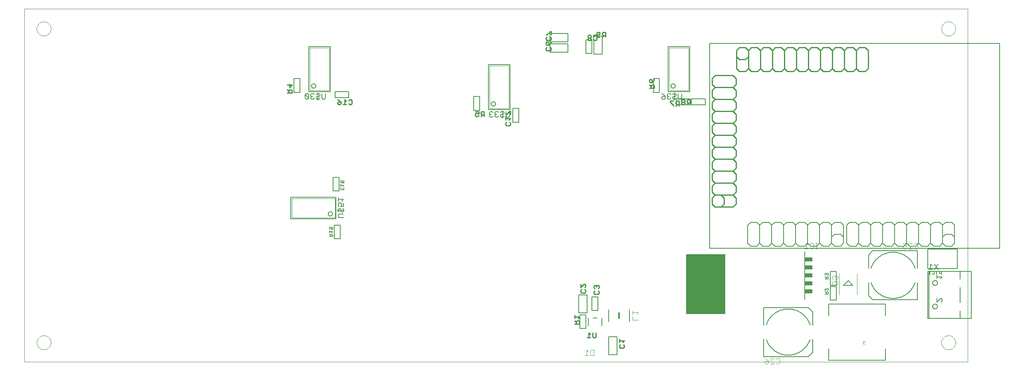
<source format=gbo>
G75*
G70*
%OFA0B0*%
%FSLAX24Y24*%
%IPPOS*%
%LPD*%
%AMOC8*
5,1,8,0,0,1.08239X$1,22.5*
%
%ADD10C,0.0000*%
%ADD11C,0.0100*%
%ADD12C,0.0050*%
%ADD13C,0.0080*%
%ADD14C,0.0090*%
%ADD15C,0.0040*%
%ADD16R,0.0158X0.0551*%
%ADD17C,0.0060*%
%ADD18C,0.0020*%
%ADD19R,0.2913X0.5039*%
%ADD20R,0.0394X0.0039*%
%ADD21R,0.0394X0.5000*%
%ADD22R,0.0660X0.0380*%
%ADD23C,0.0010*%
D10*
X000100Y000444D02*
X000100Y030003D01*
X078840Y030003D01*
X078840Y000444D01*
X000100Y000444D01*
X001134Y002069D02*
X001136Y002117D01*
X001142Y002165D01*
X001152Y002212D01*
X001165Y002258D01*
X001183Y002303D01*
X001203Y002347D01*
X001228Y002389D01*
X001256Y002428D01*
X001286Y002465D01*
X001320Y002499D01*
X001357Y002531D01*
X001395Y002560D01*
X001436Y002585D01*
X001479Y002607D01*
X001524Y002625D01*
X001570Y002639D01*
X001617Y002650D01*
X001665Y002657D01*
X001713Y002660D01*
X001761Y002659D01*
X001809Y002654D01*
X001857Y002645D01*
X001903Y002633D01*
X001948Y002616D01*
X001992Y002596D01*
X002034Y002573D01*
X002074Y002546D01*
X002112Y002516D01*
X002147Y002483D01*
X002179Y002447D01*
X002209Y002409D01*
X002235Y002368D01*
X002257Y002325D01*
X002277Y002281D01*
X002292Y002236D01*
X002304Y002189D01*
X002312Y002141D01*
X002316Y002093D01*
X002316Y002045D01*
X002312Y001997D01*
X002304Y001949D01*
X002292Y001902D01*
X002277Y001857D01*
X002257Y001813D01*
X002235Y001770D01*
X002209Y001729D01*
X002179Y001691D01*
X002147Y001655D01*
X002112Y001622D01*
X002074Y001592D01*
X002034Y001565D01*
X001992Y001542D01*
X001948Y001522D01*
X001903Y001505D01*
X001857Y001493D01*
X001809Y001484D01*
X001761Y001479D01*
X001713Y001478D01*
X001665Y001481D01*
X001617Y001488D01*
X001570Y001499D01*
X001524Y001513D01*
X001479Y001531D01*
X001436Y001553D01*
X001395Y001578D01*
X001357Y001607D01*
X001320Y001639D01*
X001286Y001673D01*
X001256Y001710D01*
X001228Y001749D01*
X001203Y001791D01*
X001183Y001835D01*
X001165Y001880D01*
X001152Y001926D01*
X001142Y001973D01*
X001136Y002021D01*
X001134Y002069D01*
X056351Y006944D02*
X056353Y006992D01*
X056359Y007040D01*
X056369Y007087D01*
X056382Y007133D01*
X056400Y007178D01*
X056420Y007222D01*
X056445Y007264D01*
X056473Y007303D01*
X056503Y007340D01*
X056537Y007374D01*
X056574Y007406D01*
X056612Y007435D01*
X056653Y007460D01*
X056696Y007482D01*
X056741Y007500D01*
X056787Y007514D01*
X056834Y007525D01*
X056882Y007532D01*
X056930Y007535D01*
X056978Y007534D01*
X057026Y007529D01*
X057074Y007520D01*
X057120Y007508D01*
X057165Y007491D01*
X057209Y007471D01*
X057251Y007448D01*
X057291Y007421D01*
X057329Y007391D01*
X057364Y007358D01*
X057396Y007322D01*
X057426Y007284D01*
X057452Y007243D01*
X057474Y007200D01*
X057494Y007156D01*
X057509Y007111D01*
X057521Y007064D01*
X057529Y007016D01*
X057533Y006968D01*
X057533Y006920D01*
X057529Y006872D01*
X057521Y006824D01*
X057509Y006777D01*
X057494Y006732D01*
X057474Y006688D01*
X057452Y006645D01*
X057426Y006604D01*
X057396Y006566D01*
X057364Y006530D01*
X057329Y006497D01*
X057291Y006467D01*
X057251Y006440D01*
X057209Y006417D01*
X057165Y006397D01*
X057120Y006380D01*
X057074Y006368D01*
X057026Y006359D01*
X056978Y006354D01*
X056930Y006353D01*
X056882Y006356D01*
X056834Y006363D01*
X056787Y006374D01*
X056741Y006388D01*
X056696Y006406D01*
X056653Y006428D01*
X056612Y006453D01*
X056574Y006482D01*
X056537Y006514D01*
X056503Y006548D01*
X056473Y006585D01*
X056445Y006624D01*
X056420Y006666D01*
X056400Y006710D01*
X056382Y006755D01*
X056369Y006801D01*
X056359Y006848D01*
X056353Y006896D01*
X056351Y006944D01*
X076634Y002069D02*
X076636Y002117D01*
X076642Y002165D01*
X076652Y002212D01*
X076665Y002258D01*
X076683Y002303D01*
X076703Y002347D01*
X076728Y002389D01*
X076756Y002428D01*
X076786Y002465D01*
X076820Y002499D01*
X076857Y002531D01*
X076895Y002560D01*
X076936Y002585D01*
X076979Y002607D01*
X077024Y002625D01*
X077070Y002639D01*
X077117Y002650D01*
X077165Y002657D01*
X077213Y002660D01*
X077261Y002659D01*
X077309Y002654D01*
X077357Y002645D01*
X077403Y002633D01*
X077448Y002616D01*
X077492Y002596D01*
X077534Y002573D01*
X077574Y002546D01*
X077612Y002516D01*
X077647Y002483D01*
X077679Y002447D01*
X077709Y002409D01*
X077735Y002368D01*
X077757Y002325D01*
X077777Y002281D01*
X077792Y002236D01*
X077804Y002189D01*
X077812Y002141D01*
X077816Y002093D01*
X077816Y002045D01*
X077812Y001997D01*
X077804Y001949D01*
X077792Y001902D01*
X077777Y001857D01*
X077757Y001813D01*
X077735Y001770D01*
X077709Y001729D01*
X077679Y001691D01*
X077647Y001655D01*
X077612Y001622D01*
X077574Y001592D01*
X077534Y001565D01*
X077492Y001542D01*
X077448Y001522D01*
X077403Y001505D01*
X077357Y001493D01*
X077309Y001484D01*
X077261Y001479D01*
X077213Y001478D01*
X077165Y001481D01*
X077117Y001488D01*
X077070Y001499D01*
X077024Y001513D01*
X076979Y001531D01*
X076936Y001553D01*
X076895Y001578D01*
X076857Y001607D01*
X076820Y001639D01*
X076786Y001673D01*
X076756Y001710D01*
X076728Y001749D01*
X076703Y001791D01*
X076683Y001835D01*
X076665Y001880D01*
X076652Y001926D01*
X076642Y001973D01*
X076636Y002021D01*
X076634Y002069D01*
X076634Y028319D02*
X076636Y028367D01*
X076642Y028415D01*
X076652Y028462D01*
X076665Y028508D01*
X076683Y028553D01*
X076703Y028597D01*
X076728Y028639D01*
X076756Y028678D01*
X076786Y028715D01*
X076820Y028749D01*
X076857Y028781D01*
X076895Y028810D01*
X076936Y028835D01*
X076979Y028857D01*
X077024Y028875D01*
X077070Y028889D01*
X077117Y028900D01*
X077165Y028907D01*
X077213Y028910D01*
X077261Y028909D01*
X077309Y028904D01*
X077357Y028895D01*
X077403Y028883D01*
X077448Y028866D01*
X077492Y028846D01*
X077534Y028823D01*
X077574Y028796D01*
X077612Y028766D01*
X077647Y028733D01*
X077679Y028697D01*
X077709Y028659D01*
X077735Y028618D01*
X077757Y028575D01*
X077777Y028531D01*
X077792Y028486D01*
X077804Y028439D01*
X077812Y028391D01*
X077816Y028343D01*
X077816Y028295D01*
X077812Y028247D01*
X077804Y028199D01*
X077792Y028152D01*
X077777Y028107D01*
X077757Y028063D01*
X077735Y028020D01*
X077709Y027979D01*
X077679Y027941D01*
X077647Y027905D01*
X077612Y027872D01*
X077574Y027842D01*
X077534Y027815D01*
X077492Y027792D01*
X077448Y027772D01*
X077403Y027755D01*
X077357Y027743D01*
X077309Y027734D01*
X077261Y027729D01*
X077213Y027728D01*
X077165Y027731D01*
X077117Y027738D01*
X077070Y027749D01*
X077024Y027763D01*
X076979Y027781D01*
X076936Y027803D01*
X076895Y027828D01*
X076857Y027857D01*
X076820Y027889D01*
X076786Y027923D01*
X076756Y027960D01*
X076728Y027999D01*
X076703Y028041D01*
X076683Y028085D01*
X076665Y028130D01*
X076652Y028176D01*
X076642Y028223D01*
X076636Y028271D01*
X076634Y028319D01*
X001134Y028319D02*
X001136Y028367D01*
X001142Y028415D01*
X001152Y028462D01*
X001165Y028508D01*
X001183Y028553D01*
X001203Y028597D01*
X001228Y028639D01*
X001256Y028678D01*
X001286Y028715D01*
X001320Y028749D01*
X001357Y028781D01*
X001395Y028810D01*
X001436Y028835D01*
X001479Y028857D01*
X001524Y028875D01*
X001570Y028889D01*
X001617Y028900D01*
X001665Y028907D01*
X001713Y028910D01*
X001761Y028909D01*
X001809Y028904D01*
X001857Y028895D01*
X001903Y028883D01*
X001948Y028866D01*
X001992Y028846D01*
X002034Y028823D01*
X002074Y028796D01*
X002112Y028766D01*
X002147Y028733D01*
X002179Y028697D01*
X002209Y028659D01*
X002235Y028618D01*
X002257Y028575D01*
X002277Y028531D01*
X002292Y028486D01*
X002304Y028439D01*
X002312Y028391D01*
X002316Y028343D01*
X002316Y028295D01*
X002312Y028247D01*
X002304Y028199D01*
X002292Y028152D01*
X002277Y028107D01*
X002257Y028063D01*
X002235Y028020D01*
X002209Y027979D01*
X002179Y027941D01*
X002147Y027905D01*
X002112Y027872D01*
X002074Y027842D01*
X002034Y027815D01*
X001992Y027792D01*
X001948Y027772D01*
X001903Y027755D01*
X001857Y027743D01*
X001809Y027734D01*
X001761Y027729D01*
X001713Y027728D01*
X001665Y027731D01*
X001617Y027738D01*
X001570Y027749D01*
X001524Y027763D01*
X001479Y027781D01*
X001436Y027803D01*
X001395Y027828D01*
X001357Y027857D01*
X001320Y027889D01*
X001286Y027923D01*
X001256Y027960D01*
X001228Y027999D01*
X001203Y028041D01*
X001183Y028085D01*
X001165Y028130D01*
X001152Y028176D01*
X001142Y028223D01*
X001136Y028271D01*
X001134Y028319D01*
D11*
X057485Y024159D02*
X057485Y023659D01*
X057735Y023409D01*
X059235Y023409D01*
X059485Y023659D01*
X059485Y024159D01*
X059235Y024409D01*
X057735Y024409D01*
X057485Y024159D01*
X057735Y023409D02*
X057485Y023159D01*
X057485Y022659D01*
X057735Y022409D01*
X059235Y022409D01*
X059485Y022659D01*
X059485Y023159D01*
X059235Y023409D01*
X059235Y022409D02*
X059485Y022159D01*
X059485Y021659D01*
X059235Y021409D01*
X057735Y021409D01*
X057485Y021159D01*
X057485Y020659D01*
X057735Y020409D01*
X059235Y020409D01*
X059485Y020659D01*
X059485Y021159D01*
X059235Y021409D01*
X057735Y021409D02*
X057485Y021659D01*
X057485Y022159D01*
X057735Y022409D01*
X057735Y020409D02*
X057485Y020159D01*
X057485Y019659D01*
X057735Y019409D01*
X059235Y019409D01*
X059485Y019659D01*
X059485Y020159D01*
X059235Y020409D01*
X059235Y019409D02*
X059485Y019159D01*
X059485Y018659D01*
X059235Y018409D01*
X057735Y018409D01*
X057485Y018159D01*
X057485Y017659D01*
X057735Y017409D01*
X059235Y017409D01*
X059485Y017659D01*
X059485Y018159D01*
X059235Y018409D01*
X057735Y018409D02*
X057485Y018659D01*
X057485Y019159D01*
X057735Y019409D01*
X057735Y017409D02*
X057485Y017159D01*
X057485Y016659D01*
X057735Y016409D01*
X059235Y016409D01*
X059485Y016659D01*
X059485Y017159D01*
X059235Y017409D01*
X059235Y016409D02*
X059485Y016159D01*
X059485Y015659D01*
X059235Y015409D01*
X057735Y015409D01*
X057485Y015159D01*
X057485Y014659D01*
X057735Y014409D01*
X058235Y014409D01*
X058485Y014159D01*
X058485Y013659D01*
X058235Y013409D01*
X059235Y013409D01*
X059485Y013659D01*
X059485Y014159D01*
X059235Y014409D01*
X058235Y014409D01*
X057735Y014409D02*
X057485Y014159D01*
X057485Y013659D01*
X057735Y013409D01*
X058235Y013409D01*
X059235Y014409D02*
X059485Y014659D01*
X059485Y015159D01*
X059235Y015409D01*
X057735Y015409D02*
X057485Y015659D01*
X057485Y016159D01*
X057735Y016409D01*
X059773Y024746D02*
X060273Y024746D01*
X060523Y024996D01*
X060523Y025996D01*
X060273Y025746D01*
X059773Y025746D01*
X059523Y025996D01*
X059523Y024996D01*
X059773Y024746D01*
X060523Y024996D02*
X060773Y024746D01*
X061273Y024746D01*
X061523Y024996D01*
X061523Y026496D01*
X061273Y026746D01*
X060773Y026746D01*
X060523Y026496D01*
X060523Y025996D01*
X060523Y026496D02*
X060273Y026746D01*
X059773Y026746D01*
X059523Y026496D01*
X059523Y025996D01*
X061523Y026496D02*
X061773Y026746D01*
X062273Y026746D01*
X062523Y026496D01*
X062523Y024996D01*
X062773Y024746D01*
X063273Y024746D01*
X063523Y024996D01*
X063523Y026496D01*
X063273Y026746D01*
X062773Y026746D01*
X062523Y026496D01*
X063523Y026496D02*
X063773Y026746D01*
X064273Y026746D01*
X064523Y026496D01*
X064523Y024996D01*
X064773Y024746D01*
X065273Y024746D01*
X065523Y024996D01*
X065523Y026496D01*
X065273Y026746D01*
X064773Y026746D01*
X064523Y026496D01*
X065523Y026496D02*
X065773Y026746D01*
X066273Y026746D01*
X066523Y026496D01*
X066523Y024996D01*
X066773Y024746D01*
X067273Y024746D01*
X067523Y024996D01*
X067523Y026496D01*
X067273Y026746D01*
X066773Y026746D01*
X066523Y026496D01*
X067523Y026496D02*
X067773Y026746D01*
X068273Y026746D01*
X068523Y026496D01*
X068523Y024996D01*
X068773Y024746D01*
X069273Y024746D01*
X069523Y024996D01*
X069523Y026496D01*
X069273Y026746D01*
X068773Y026746D01*
X068523Y026496D01*
X069523Y026496D02*
X069773Y026746D01*
X070273Y026746D01*
X070523Y026496D01*
X070523Y024996D01*
X070273Y024746D01*
X069773Y024746D01*
X069523Y024996D01*
X068523Y024996D02*
X068273Y024746D01*
X067773Y024746D01*
X067523Y024996D01*
X066523Y024996D02*
X066273Y024746D01*
X065773Y024746D01*
X065523Y024996D01*
X064523Y024996D02*
X064273Y024746D01*
X063773Y024746D01*
X063523Y024996D01*
X062523Y024996D02*
X062273Y024746D01*
X061773Y024746D01*
X061523Y024996D01*
D12*
X057298Y027084D02*
X057298Y009959D01*
X081485Y009959D01*
X081485Y027084D01*
X057298Y027084D01*
X054972Y022884D02*
X054972Y022508D01*
X054897Y022433D01*
X054746Y022433D01*
X054671Y022508D01*
X054671Y022884D01*
X054511Y022808D02*
X054436Y022884D01*
X054286Y022884D01*
X054211Y022808D01*
X054051Y022808D02*
X053976Y022884D01*
X053826Y022884D01*
X053751Y022808D01*
X053751Y022733D01*
X053826Y022658D01*
X053751Y022583D01*
X053751Y022508D01*
X053826Y022433D01*
X053976Y022433D01*
X054051Y022508D01*
X054211Y022508D02*
X054211Y022583D01*
X054286Y022658D01*
X054436Y022658D01*
X054511Y022733D01*
X054511Y022808D01*
X054361Y022959D02*
X054361Y022358D01*
X054286Y022433D02*
X054211Y022508D01*
X054286Y022433D02*
X054436Y022433D01*
X054511Y022508D01*
X053901Y022658D02*
X053826Y022658D01*
X053590Y022658D02*
X053365Y022658D01*
X053290Y022583D01*
X053290Y022508D01*
X053365Y022433D01*
X053515Y022433D01*
X053590Y022508D01*
X053590Y022658D01*
X053440Y022808D01*
X053290Y022884D01*
X040597Y021384D02*
X040597Y021008D01*
X040522Y020933D01*
X040371Y020933D01*
X040296Y021008D01*
X040296Y021384D01*
X040136Y021308D02*
X040061Y021384D01*
X039911Y021384D01*
X039836Y021308D01*
X039676Y021308D02*
X039601Y021384D01*
X039451Y021384D01*
X039376Y021308D01*
X039376Y021233D01*
X039451Y021158D01*
X039376Y021083D01*
X039376Y021008D01*
X039451Y020933D01*
X039601Y020933D01*
X039676Y021008D01*
X039836Y021008D02*
X039836Y021083D01*
X039911Y021158D01*
X040061Y021158D01*
X040136Y021233D01*
X040136Y021308D01*
X039986Y021459D02*
X039986Y020858D01*
X039911Y020933D02*
X039836Y021008D01*
X039911Y020933D02*
X040061Y020933D01*
X040136Y021008D01*
X039526Y021158D02*
X039451Y021158D01*
X039215Y021008D02*
X039140Y020933D01*
X038990Y020933D01*
X038915Y021008D01*
X038915Y021083D01*
X038990Y021158D01*
X039065Y021158D01*
X038990Y021158D02*
X038915Y021233D01*
X038915Y021308D01*
X038990Y021384D01*
X039140Y021384D01*
X039215Y021308D01*
X025222Y022508D02*
X025147Y022433D01*
X024996Y022433D01*
X024921Y022508D01*
X024921Y022884D01*
X024761Y022808D02*
X024686Y022884D01*
X024536Y022884D01*
X024461Y022808D01*
X024301Y022808D02*
X024226Y022884D01*
X024076Y022884D01*
X024001Y022808D01*
X024001Y022733D01*
X024076Y022658D01*
X024001Y022583D01*
X024001Y022508D01*
X024076Y022433D01*
X024226Y022433D01*
X024301Y022508D01*
X024461Y022508D02*
X024461Y022583D01*
X024536Y022658D01*
X024686Y022658D01*
X024761Y022733D01*
X024761Y022808D01*
X024611Y022959D02*
X024611Y022358D01*
X024536Y022433D02*
X024461Y022508D01*
X024536Y022433D02*
X024686Y022433D01*
X024761Y022508D01*
X025222Y022508D02*
X025222Y022884D01*
X024151Y022658D02*
X024076Y022658D01*
X023840Y022508D02*
X023840Y022808D01*
X023765Y022884D01*
X023615Y022884D01*
X023540Y022808D01*
X023840Y022508D01*
X023765Y022433D01*
X023615Y022433D01*
X023540Y022508D01*
X023540Y022808D01*
X026286Y014205D02*
X026286Y013905D01*
X026286Y014055D02*
X026736Y014055D01*
X026586Y013905D01*
X026511Y013745D02*
X026361Y013745D01*
X026286Y013670D01*
X026286Y013520D01*
X026361Y013445D01*
X026511Y013445D02*
X026586Y013595D01*
X026586Y013670D01*
X026511Y013745D01*
X026736Y013745D02*
X026736Y013445D01*
X026511Y013445D01*
X026436Y013284D02*
X026511Y013209D01*
X026511Y013059D01*
X026586Y012984D01*
X026661Y012984D01*
X026736Y013059D01*
X026736Y013209D01*
X026661Y013284D01*
X026811Y013134D02*
X026211Y013134D01*
X026286Y013059D02*
X026286Y013209D01*
X026361Y013284D01*
X026436Y013284D01*
X026286Y013059D02*
X026361Y012984D01*
X026361Y012824D02*
X026736Y012824D01*
X026736Y012524D02*
X026361Y012524D01*
X026286Y012599D01*
X026286Y012749D01*
X026361Y012824D01*
X048849Y004831D02*
X048849Y003807D01*
X050601Y003807D02*
X050601Y004831D01*
X060479Y010382D02*
X060729Y010132D01*
X061229Y010132D01*
X061479Y010382D01*
X061479Y011882D01*
X061229Y012132D01*
X060729Y012132D01*
X060479Y011882D01*
X060479Y010382D01*
X061479Y010382D02*
X061729Y010132D01*
X062229Y010132D01*
X062479Y010382D01*
X062479Y011882D01*
X062229Y012132D01*
X061729Y012132D01*
X061479Y011882D01*
X062479Y011882D02*
X062729Y012132D01*
X063229Y012132D01*
X063479Y011882D01*
X063479Y010382D01*
X063729Y010132D01*
X064229Y010132D01*
X064479Y010382D01*
X064479Y011882D01*
X064229Y012132D01*
X063729Y012132D01*
X063479Y011882D01*
X064479Y011882D02*
X064729Y012132D01*
X065229Y012132D01*
X065479Y011882D01*
X065479Y010382D01*
X065729Y010132D01*
X066229Y010132D01*
X066479Y010382D01*
X066479Y011882D01*
X066229Y012132D01*
X065729Y012132D01*
X065479Y011882D01*
X066479Y011882D02*
X066729Y012132D01*
X067229Y012132D01*
X067479Y011882D01*
X067479Y010882D01*
X067479Y010382D01*
X067729Y010132D01*
X068229Y010132D01*
X068479Y010382D01*
X068479Y010882D01*
X068229Y011132D01*
X067729Y011132D01*
X067479Y010882D01*
X068479Y010882D02*
X068479Y011882D01*
X068229Y012132D01*
X067729Y012132D01*
X067479Y011882D01*
X068735Y011884D02*
X068735Y010384D01*
X068985Y010134D01*
X069485Y010134D01*
X069735Y010384D01*
X069735Y011884D01*
X069485Y012134D01*
X068985Y012134D01*
X068735Y011884D01*
X069735Y011884D02*
X069985Y012134D01*
X070485Y012134D01*
X070735Y011884D01*
X070735Y010384D01*
X070985Y010134D01*
X071485Y010134D01*
X071735Y010384D01*
X071735Y011884D01*
X071485Y012134D01*
X070985Y012134D01*
X070735Y011884D01*
X071735Y011884D02*
X071985Y012134D01*
X072485Y012134D01*
X072735Y011884D01*
X072735Y010384D01*
X072985Y010134D01*
X073485Y010134D01*
X073735Y010384D01*
X073735Y011884D01*
X073485Y012134D01*
X072985Y012134D01*
X072735Y011884D01*
X073735Y011884D02*
X073985Y012134D01*
X074485Y012134D01*
X074735Y011884D01*
X074735Y010384D01*
X074985Y010134D01*
X075485Y010134D01*
X075735Y010384D01*
X075735Y011884D01*
X075485Y012134D01*
X074985Y012134D01*
X074735Y011884D01*
X075735Y011884D02*
X075985Y012134D01*
X076485Y012134D01*
X076735Y011884D01*
X076735Y010884D01*
X076735Y010384D01*
X076985Y010134D01*
X077485Y010134D01*
X077735Y010384D01*
X077735Y010884D01*
X077485Y011134D01*
X076985Y011134D01*
X076735Y010884D01*
X077735Y010884D02*
X077735Y011884D01*
X077485Y012134D01*
X076985Y012134D01*
X076735Y011884D01*
X076735Y010384D02*
X076485Y010134D01*
X075985Y010134D01*
X075735Y010384D01*
X074735Y010384D02*
X074485Y010134D01*
X073985Y010134D01*
X073735Y010384D01*
X072735Y010384D02*
X072485Y010134D01*
X071985Y010134D01*
X071735Y010384D01*
X070735Y010384D02*
X070485Y010134D01*
X069985Y010134D01*
X069735Y010384D01*
X067479Y010382D02*
X067229Y010132D01*
X066729Y010132D01*
X066479Y010382D01*
X065479Y010382D02*
X065229Y010132D01*
X064729Y010132D01*
X064479Y010382D01*
X063479Y010382D02*
X063229Y010132D01*
X062729Y010132D01*
X062479Y010382D01*
X075596Y008189D02*
X075896Y008189D01*
X075746Y008189D02*
X075746Y008639D01*
X075896Y008489D01*
X076056Y008639D02*
X076357Y008189D01*
X076056Y008189D02*
X076357Y008639D01*
X076250Y007718D02*
X076250Y007418D01*
X076250Y007568D02*
X076700Y007568D01*
X076550Y007418D01*
X076550Y005768D02*
X076625Y005768D01*
X076700Y005693D01*
X076700Y005543D01*
X076625Y005468D01*
X076550Y005768D02*
X076250Y005468D01*
X076250Y005768D01*
D13*
X074647Y005647D02*
X074647Y007103D01*
X074431Y008304D02*
X074399Y008393D01*
X074362Y008480D01*
X074322Y008566D01*
X074277Y008649D01*
X074228Y008730D01*
X074176Y008809D01*
X074119Y008884D01*
X074059Y008957D01*
X073995Y009027D01*
X073929Y009094D01*
X073858Y009157D01*
X073785Y009217D01*
X073709Y009273D01*
X073631Y009326D01*
X073549Y009374D01*
X073466Y009419D01*
X073381Y009459D01*
X073293Y009495D01*
X073204Y009527D01*
X073114Y009554D01*
X073022Y009577D01*
X072929Y009596D01*
X072836Y009610D01*
X072742Y009619D01*
X072647Y009623D01*
X072553Y009623D01*
X072458Y009619D01*
X072364Y009610D01*
X072271Y009596D01*
X072178Y009577D01*
X072086Y009554D01*
X071996Y009527D01*
X071907Y009495D01*
X071819Y009459D01*
X071734Y009419D01*
X071651Y009374D01*
X071569Y009326D01*
X071491Y009273D01*
X071415Y009217D01*
X071342Y009157D01*
X071271Y009094D01*
X071205Y009027D01*
X071141Y008957D01*
X071081Y008884D01*
X071024Y008809D01*
X070972Y008730D01*
X070923Y008649D01*
X070878Y008566D01*
X070838Y008480D01*
X070801Y008393D01*
X070769Y008304D01*
X070553Y008284D02*
X070553Y009387D01*
X070907Y009741D01*
X074647Y009741D01*
X074647Y008284D01*
X075500Y008244D02*
X075500Y009894D01*
X077950Y009894D01*
X077950Y008244D01*
X075500Y008244D01*
X074431Y007084D02*
X074399Y006995D01*
X074362Y006908D01*
X074322Y006822D01*
X074277Y006739D01*
X074228Y006658D01*
X074176Y006579D01*
X074119Y006504D01*
X074059Y006431D01*
X073995Y006361D01*
X073929Y006294D01*
X073858Y006231D01*
X073785Y006171D01*
X073709Y006115D01*
X073631Y006062D01*
X073549Y006014D01*
X073466Y005969D01*
X073381Y005929D01*
X073293Y005893D01*
X073204Y005861D01*
X073114Y005834D01*
X073022Y005811D01*
X072929Y005792D01*
X072836Y005778D01*
X072742Y005769D01*
X072647Y005765D01*
X072553Y005765D01*
X072458Y005769D01*
X072364Y005778D01*
X072271Y005792D01*
X072178Y005811D01*
X072086Y005834D01*
X071996Y005861D01*
X071907Y005893D01*
X071819Y005929D01*
X071734Y005969D01*
X071651Y006014D01*
X071569Y006062D01*
X071491Y006115D01*
X071415Y006171D01*
X071342Y006231D01*
X071271Y006294D01*
X071205Y006361D01*
X071141Y006431D01*
X071081Y006504D01*
X071024Y006579D01*
X070972Y006658D01*
X070923Y006739D01*
X070878Y006822D01*
X070838Y006908D01*
X070801Y006995D01*
X070769Y007084D01*
X070553Y007103D02*
X070553Y006001D01*
X070907Y005647D01*
X074647Y005647D01*
X071962Y005306D02*
X071962Y004322D01*
X071962Y005306D02*
X067238Y005306D01*
X067238Y004322D01*
X065897Y004637D02*
X065543Y004991D01*
X061803Y004991D01*
X061803Y003534D01*
X062019Y002334D02*
X062051Y002245D01*
X062088Y002158D01*
X062128Y002072D01*
X062173Y001989D01*
X062222Y001908D01*
X062274Y001829D01*
X062331Y001754D01*
X062391Y001681D01*
X062455Y001611D01*
X062521Y001544D01*
X062592Y001481D01*
X062665Y001421D01*
X062741Y001365D01*
X062819Y001312D01*
X062901Y001264D01*
X062984Y001219D01*
X063069Y001179D01*
X063157Y001143D01*
X063246Y001111D01*
X063336Y001084D01*
X063428Y001061D01*
X063521Y001042D01*
X063614Y001028D01*
X063708Y001019D01*
X063803Y001015D01*
X063897Y001015D01*
X063992Y001019D01*
X064086Y001028D01*
X064179Y001042D01*
X064272Y001061D01*
X064364Y001084D01*
X064454Y001111D01*
X064543Y001143D01*
X064631Y001179D01*
X064716Y001219D01*
X064799Y001264D01*
X064881Y001312D01*
X064959Y001365D01*
X065035Y001421D01*
X065108Y001481D01*
X065179Y001544D01*
X065245Y001611D01*
X065309Y001681D01*
X065369Y001754D01*
X065426Y001829D01*
X065478Y001908D01*
X065527Y001989D01*
X065572Y002072D01*
X065612Y002158D01*
X065649Y002245D01*
X065681Y002334D01*
X065897Y002353D02*
X065897Y001251D01*
X065543Y000897D01*
X061803Y000897D01*
X061803Y002353D01*
X062019Y003554D02*
X062051Y003643D01*
X062088Y003730D01*
X062128Y003816D01*
X062173Y003899D01*
X062222Y003980D01*
X062274Y004059D01*
X062331Y004134D01*
X062391Y004207D01*
X062455Y004277D01*
X062521Y004344D01*
X062592Y004407D01*
X062665Y004467D01*
X062741Y004523D01*
X062819Y004576D01*
X062901Y004624D01*
X062984Y004669D01*
X063069Y004709D01*
X063157Y004745D01*
X063246Y004777D01*
X063336Y004804D01*
X063428Y004827D01*
X063521Y004846D01*
X063614Y004860D01*
X063708Y004869D01*
X063803Y004873D01*
X063897Y004873D01*
X063992Y004869D01*
X064086Y004860D01*
X064179Y004846D01*
X064272Y004827D01*
X064364Y004804D01*
X064454Y004777D01*
X064543Y004745D01*
X064631Y004709D01*
X064716Y004669D01*
X064799Y004624D01*
X064881Y004576D01*
X064959Y004523D01*
X065035Y004467D01*
X065108Y004407D01*
X065179Y004344D01*
X065245Y004277D01*
X065309Y004207D01*
X065369Y004134D01*
X065426Y004059D01*
X065478Y003980D01*
X065527Y003899D01*
X065572Y003816D01*
X065612Y003730D01*
X065649Y003643D01*
X065681Y003554D01*
X065897Y003534D02*
X065897Y004637D01*
X065234Y005688D02*
X065234Y009699D01*
X067350Y008019D02*
X067850Y008019D01*
X067850Y006869D01*
X067350Y006869D01*
X067350Y008019D01*
X068456Y006868D02*
X068850Y007271D01*
X069244Y006868D01*
X068456Y006868D01*
X067850Y006769D02*
X067350Y006769D01*
X067350Y005619D01*
X067850Y005619D01*
X067850Y006769D01*
X067238Y001566D02*
X067238Y000582D01*
X071962Y000582D01*
X071962Y001566D01*
X049575Y001069D02*
X048875Y001069D01*
X048875Y002569D01*
X049575Y002569D01*
X049575Y001069D01*
X046975Y003244D02*
X046475Y003244D01*
X046475Y004394D01*
X046975Y004394D01*
X046975Y003244D01*
X047154Y003504D02*
X047154Y004134D01*
X047548Y004134D02*
X047902Y004134D01*
X048296Y004134D02*
X048296Y003504D01*
X047975Y004744D02*
X047475Y004744D01*
X047475Y005894D01*
X047975Y005894D01*
X047975Y004744D01*
X047075Y004569D02*
X046375Y004569D01*
X046375Y006069D01*
X047075Y006069D01*
X047075Y004569D01*
X026475Y010744D02*
X026475Y011894D01*
X025975Y011894D01*
X025975Y010744D01*
X026475Y010744D01*
X026350Y014744D02*
X025850Y014744D01*
X025850Y015894D01*
X026350Y015894D01*
X026350Y014744D01*
X040850Y020494D02*
X041350Y020494D01*
X041350Y021644D01*
X040850Y021644D01*
X040850Y020494D01*
X038100Y021494D02*
X037600Y021494D01*
X037600Y022644D01*
X038100Y022644D01*
X038100Y021494D01*
X027175Y022569D02*
X027175Y023069D01*
X026025Y023069D01*
X026025Y022569D01*
X027175Y022569D01*
X023100Y022994D02*
X022600Y022994D01*
X022600Y024144D01*
X023100Y024144D01*
X023100Y022994D01*
X043975Y026344D02*
X043975Y027044D01*
X045475Y027044D01*
X045475Y026344D01*
X043975Y026344D01*
X043975Y027219D02*
X043975Y027919D01*
X045475Y027919D01*
X045475Y027219D01*
X043975Y027219D01*
X046975Y027394D02*
X046975Y026244D01*
X047475Y026244D01*
X047475Y027394D01*
X046975Y027394D01*
X047625Y027694D02*
X048325Y027694D01*
X048325Y026194D01*
X047625Y026194D01*
X047625Y027694D01*
X052600Y024144D02*
X052600Y022994D01*
X053100Y022994D01*
X053100Y024144D01*
X052600Y024144D01*
X054525Y022444D02*
X054525Y021944D01*
X055675Y021944D01*
X055675Y022444D01*
X054525Y022444D01*
X055775Y022444D02*
X055775Y021944D01*
X056925Y021944D01*
X056925Y022444D01*
X055775Y022444D01*
D14*
X055680Y022399D02*
X055475Y022399D01*
X055406Y022331D01*
X055406Y022194D01*
X055475Y022126D01*
X055680Y022126D01*
X055543Y022126D02*
X055406Y021989D01*
X055220Y022057D02*
X055220Y022126D01*
X055151Y022194D01*
X055014Y022194D01*
X054946Y022126D01*
X054946Y022057D01*
X055014Y021989D01*
X055151Y021989D01*
X055220Y022057D01*
X055151Y022194D02*
X055220Y022262D01*
X055220Y022331D01*
X055151Y022399D01*
X055014Y022399D01*
X054946Y022331D01*
X054946Y022262D01*
X055014Y022194D01*
X054726Y022274D02*
X054521Y022274D01*
X054452Y022206D01*
X054452Y022069D01*
X054521Y022001D01*
X054726Y022001D01*
X054589Y022001D02*
X054452Y021864D01*
X054265Y021864D02*
X054265Y021932D01*
X053992Y022206D01*
X053992Y022274D01*
X054265Y022274D01*
X054726Y022274D02*
X054726Y021864D01*
X055680Y021989D02*
X055680Y022399D01*
X052680Y023364D02*
X052680Y023569D01*
X052612Y023637D01*
X052475Y023637D01*
X052407Y023569D01*
X052407Y023364D01*
X052407Y023501D02*
X052270Y023637D01*
X052338Y023824D02*
X052270Y023893D01*
X052270Y024029D01*
X052338Y024098D01*
X052407Y024098D01*
X052475Y024029D01*
X052475Y023824D01*
X052338Y023824D01*
X052475Y023824D02*
X052612Y023961D01*
X052680Y024098D01*
X052680Y023364D02*
X052270Y023364D01*
X044055Y026557D02*
X043987Y026489D01*
X043713Y026489D01*
X043645Y026557D01*
X043645Y026694D01*
X043713Y026762D01*
X043713Y026949D02*
X043645Y027018D01*
X043645Y027154D01*
X043713Y027223D01*
X043782Y027223D01*
X043850Y027154D01*
X043850Y026949D01*
X043713Y026949D01*
X043850Y026949D02*
X043987Y027086D01*
X044055Y027223D01*
X043987Y027364D02*
X043713Y027364D01*
X043645Y027432D01*
X043645Y027569D01*
X043713Y027637D01*
X043713Y027824D02*
X043645Y027824D01*
X043713Y027824D02*
X043987Y028098D01*
X044055Y028098D01*
X044055Y027824D01*
X043987Y027637D02*
X044055Y027569D01*
X044055Y027432D01*
X043987Y027364D01*
X043987Y026762D02*
X044055Y026694D01*
X044055Y026557D01*
X047117Y027432D02*
X047185Y027364D01*
X047322Y027364D01*
X047390Y027432D01*
X047390Y027501D01*
X047322Y027569D01*
X047185Y027569D01*
X047117Y027501D01*
X047117Y027432D01*
X047185Y027569D02*
X047117Y027637D01*
X047117Y027706D01*
X047185Y027774D01*
X047322Y027774D01*
X047390Y027706D01*
X047390Y027637D01*
X047322Y027569D01*
X047577Y027432D02*
X047646Y027364D01*
X047782Y027364D01*
X047851Y027432D01*
X047851Y027706D01*
X047782Y027774D01*
X047646Y027774D01*
X047577Y027706D01*
X047867Y027682D02*
X047867Y027956D01*
X047935Y028024D01*
X048072Y028024D01*
X048140Y027956D01*
X048140Y027887D01*
X048072Y027819D01*
X047867Y027819D01*
X047867Y027682D02*
X047935Y027614D01*
X048072Y027614D01*
X048140Y027682D01*
X048327Y027614D02*
X048464Y027751D01*
X048396Y027751D02*
X048601Y027751D01*
X048601Y027614D02*
X048601Y028024D01*
X048396Y028024D01*
X048327Y027956D01*
X048327Y027819D01*
X048396Y027751D01*
X040680Y021427D02*
X040612Y021427D01*
X040338Y021153D01*
X040270Y021153D01*
X040270Y020967D02*
X040270Y020693D01*
X040270Y020830D02*
X040680Y020830D01*
X040544Y020693D01*
X040612Y020506D02*
X040680Y020438D01*
X040680Y020301D01*
X040612Y020233D01*
X040338Y020233D01*
X040270Y020301D01*
X040270Y020438D01*
X040338Y020506D01*
X040680Y021153D02*
X040680Y021427D01*
X038476Y021399D02*
X038476Y020989D01*
X038476Y021126D02*
X038271Y021126D01*
X038202Y021194D01*
X038202Y021331D01*
X038271Y021399D01*
X038476Y021399D01*
X038339Y021126D02*
X038202Y020989D01*
X038015Y021057D02*
X037947Y020989D01*
X037810Y020989D01*
X037742Y021057D01*
X037742Y021194D01*
X037810Y021262D01*
X037879Y021262D01*
X038015Y021194D01*
X038015Y021399D01*
X037742Y021399D01*
X027436Y022057D02*
X027368Y021989D01*
X027231Y021989D01*
X027163Y022057D01*
X026976Y021989D02*
X026702Y021989D01*
X026839Y021989D02*
X026839Y022399D01*
X026976Y022262D01*
X027163Y022331D02*
X027231Y022399D01*
X027368Y022399D01*
X027436Y022331D01*
X027436Y022057D01*
X026515Y022057D02*
X026447Y021989D01*
X026310Y021989D01*
X026242Y022057D01*
X026242Y022126D01*
X026310Y022194D01*
X026515Y022194D01*
X026515Y022057D01*
X026515Y022194D02*
X026379Y022331D01*
X026242Y022399D01*
X022430Y022943D02*
X022430Y023148D01*
X022362Y023217D01*
X022225Y023217D01*
X022157Y023148D01*
X022157Y022943D01*
X022157Y023080D02*
X022020Y023217D01*
X022020Y022943D02*
X022430Y022943D01*
X022225Y023403D02*
X022225Y023677D01*
X022020Y023609D02*
X022430Y023609D01*
X022225Y023403D01*
X046520Y006973D02*
X046520Y006699D01*
X046794Y006973D01*
X046862Y006973D01*
X046930Y006904D01*
X046930Y006768D01*
X046862Y006699D01*
X046862Y006512D02*
X046930Y006444D01*
X046930Y006307D01*
X046862Y006239D01*
X046588Y006239D01*
X046520Y006307D01*
X046520Y006444D01*
X046588Y006512D01*
X047645Y006643D02*
X047713Y006574D01*
X047645Y006643D02*
X047645Y006779D01*
X047713Y006848D01*
X047782Y006848D01*
X047850Y006779D01*
X047850Y006711D01*
X047850Y006779D02*
X047919Y006848D01*
X047987Y006848D01*
X048055Y006779D01*
X048055Y006643D01*
X047987Y006574D01*
X047987Y006387D02*
X048055Y006319D01*
X048055Y006182D01*
X047987Y006114D01*
X047713Y006114D01*
X047645Y006182D01*
X047645Y006319D01*
X047713Y006387D01*
X046020Y004348D02*
X046020Y004074D01*
X046020Y004211D02*
X046430Y004211D01*
X046294Y004074D01*
X046362Y003887D02*
X046225Y003887D01*
X046157Y003819D01*
X046157Y003614D01*
X046157Y003751D02*
X046020Y003887D01*
X046020Y003614D02*
X046430Y003614D01*
X046430Y003819D01*
X046362Y003887D01*
X047204Y002899D02*
X047204Y002489D01*
X047340Y002489D02*
X047067Y002489D01*
X047340Y002762D02*
X047204Y002899D01*
X047527Y002899D02*
X047527Y002557D01*
X047596Y002489D01*
X047732Y002489D01*
X047801Y002557D01*
X047801Y002899D01*
X049770Y002348D02*
X049770Y002074D01*
X049770Y002211D02*
X050180Y002211D01*
X050044Y002074D01*
X050112Y001887D02*
X050180Y001819D01*
X050180Y001682D01*
X050112Y001614D01*
X049838Y001614D01*
X049770Y001682D01*
X049770Y001819D01*
X049838Y001887D01*
D15*
X047638Y001443D02*
X047638Y000983D01*
X047408Y000983D01*
X047331Y001059D01*
X047331Y001366D01*
X047408Y001443D01*
X047638Y001443D01*
X047178Y001289D02*
X047024Y001443D01*
X047024Y000983D01*
X046871Y000983D02*
X047178Y000983D01*
X050870Y003964D02*
X050870Y004271D01*
X050870Y004424D02*
X050870Y004731D01*
X050870Y004578D02*
X051330Y004578D01*
X051177Y004424D01*
X051330Y003964D02*
X050870Y003964D01*
X061901Y000747D02*
X062054Y000670D01*
X062208Y000517D01*
X061978Y000517D01*
X061901Y000440D01*
X061901Y000363D01*
X061978Y000287D01*
X062131Y000287D01*
X062208Y000363D01*
X062208Y000517D01*
X062361Y000594D02*
X062361Y000670D01*
X062438Y000747D01*
X062591Y000747D01*
X062668Y000670D01*
X062822Y000670D02*
X062898Y000747D01*
X063052Y000747D01*
X063129Y000670D01*
X063129Y000363D01*
X063052Y000287D01*
X062898Y000287D01*
X062822Y000363D01*
X062668Y000287D02*
X062361Y000594D01*
X062361Y000287D02*
X062668Y000287D01*
X068100Y006054D02*
X068100Y007834D01*
X067904Y007660D02*
X067827Y007660D01*
X067750Y007584D01*
X067673Y007660D01*
X067597Y007660D01*
X067520Y007584D01*
X067520Y007430D01*
X067597Y007353D01*
X067597Y007200D02*
X067904Y007200D01*
X067980Y007123D01*
X067980Y006893D01*
X067520Y006893D01*
X067520Y007123D01*
X067597Y007200D01*
X067904Y007353D02*
X067980Y007430D01*
X067980Y007584D01*
X067904Y007660D01*
X067750Y007584D02*
X067750Y007507D01*
X069600Y007834D02*
X069600Y006054D01*
X066280Y009914D02*
X066127Y009914D01*
X066203Y009914D02*
X066203Y010374D01*
X066127Y010374D02*
X066280Y010374D01*
X065973Y010297D02*
X065973Y009991D01*
X065896Y009914D01*
X065743Y009914D01*
X065666Y009991D01*
X065513Y009914D02*
X065206Y009914D01*
X065359Y009914D02*
X065359Y010374D01*
X065513Y010221D01*
X065666Y010297D02*
X065743Y010374D01*
X065896Y010374D01*
X065973Y010297D01*
X073435Y010351D02*
X073742Y010351D01*
X073742Y010121D01*
X073588Y010198D01*
X073512Y010198D01*
X073435Y010121D01*
X073435Y009968D01*
X073512Y009891D01*
X073665Y009891D01*
X073742Y009968D01*
X073895Y009891D02*
X074202Y009891D01*
X073895Y010198D01*
X073895Y010275D01*
X073972Y010351D01*
X074126Y010351D01*
X074202Y010275D01*
X074356Y010275D02*
X074432Y010351D01*
X074586Y010351D01*
X074663Y010275D01*
X074663Y009968D01*
X074586Y009891D01*
X074432Y009891D01*
X074356Y009968D01*
D16*
X049725Y004319D03*
D17*
X066935Y006135D02*
X067195Y006135D01*
X067195Y006265D01*
X067152Y006308D01*
X067065Y006308D01*
X067022Y006265D01*
X067022Y006135D01*
X067022Y006221D02*
X066935Y006308D01*
X066935Y006429D02*
X067108Y006603D01*
X067152Y006603D01*
X067195Y006559D01*
X067195Y006473D01*
X067152Y006429D01*
X066935Y006429D02*
X066935Y006603D01*
X066935Y007385D02*
X067195Y007385D01*
X067195Y007515D01*
X067152Y007558D01*
X067065Y007558D01*
X067022Y007515D01*
X067022Y007385D01*
X067022Y007471D02*
X066935Y007558D01*
X066978Y007679D02*
X066935Y007723D01*
X066935Y007809D01*
X066978Y007853D01*
X067022Y007853D01*
X067065Y007809D01*
X067065Y007766D01*
X067065Y007809D02*
X067108Y007853D01*
X067152Y007853D01*
X067195Y007809D01*
X067195Y007723D01*
X067152Y007679D01*
X075505Y008033D02*
X075585Y008033D01*
X075585Y004103D01*
X078185Y004103D01*
X079125Y004103D01*
X079125Y008033D01*
X078185Y008033D01*
X075585Y008033D01*
X075653Y008039D02*
X075653Y007779D01*
X075740Y007779D02*
X075566Y007779D01*
X075740Y007952D02*
X075653Y008039D01*
X075505Y008033D02*
X075505Y004103D01*
X075585Y004103D01*
X075905Y005083D02*
X075907Y005111D01*
X075913Y005138D01*
X075922Y005164D01*
X075935Y005189D01*
X075952Y005212D01*
X075971Y005232D01*
X075993Y005249D01*
X076017Y005263D01*
X076043Y005273D01*
X076070Y005280D01*
X076098Y005283D01*
X076126Y005282D01*
X076153Y005277D01*
X076180Y005268D01*
X076205Y005256D01*
X076228Y005241D01*
X076249Y005222D01*
X076267Y005201D01*
X076282Y005177D01*
X076293Y005151D01*
X076301Y005125D01*
X076305Y005097D01*
X076305Y005069D01*
X076301Y005041D01*
X076293Y005015D01*
X076282Y004989D01*
X076267Y004965D01*
X076249Y004944D01*
X076228Y004925D01*
X076205Y004910D01*
X076180Y004898D01*
X076153Y004889D01*
X076126Y004884D01*
X076098Y004883D01*
X076070Y004886D01*
X076043Y004893D01*
X076017Y004903D01*
X075993Y004917D01*
X075971Y004934D01*
X075952Y004954D01*
X075935Y004977D01*
X075922Y005002D01*
X075913Y005028D01*
X075907Y005055D01*
X075905Y005083D01*
X078185Y004733D02*
X078185Y004103D01*
X078185Y005433D02*
X078185Y006703D01*
X078185Y007403D02*
X078185Y008033D01*
X076624Y008039D02*
X076624Y007779D01*
X076624Y007866D02*
X076493Y007866D01*
X076450Y007909D01*
X076450Y007996D01*
X076493Y008039D01*
X076624Y008039D01*
X076329Y008039D02*
X076155Y008039D01*
X076242Y008039D02*
X076242Y007779D01*
X076034Y007822D02*
X075991Y007779D01*
X075904Y007779D01*
X075861Y007822D01*
X076034Y007822D02*
X076034Y007996D01*
X075991Y008039D01*
X075904Y008039D01*
X075861Y007996D01*
X075905Y007053D02*
X075907Y007081D01*
X075913Y007108D01*
X075922Y007134D01*
X075935Y007159D01*
X075952Y007182D01*
X075971Y007202D01*
X075993Y007219D01*
X076017Y007233D01*
X076043Y007243D01*
X076070Y007250D01*
X076098Y007253D01*
X076126Y007252D01*
X076153Y007247D01*
X076180Y007238D01*
X076205Y007226D01*
X076228Y007211D01*
X076249Y007192D01*
X076267Y007171D01*
X076282Y007147D01*
X076293Y007121D01*
X076301Y007095D01*
X076305Y007067D01*
X076305Y007039D01*
X076301Y007011D01*
X076293Y006985D01*
X076282Y006959D01*
X076267Y006935D01*
X076249Y006914D01*
X076228Y006895D01*
X076205Y006880D01*
X076180Y006868D01*
X076153Y006859D01*
X076126Y006854D01*
X076098Y006853D01*
X076070Y006856D01*
X076043Y006863D01*
X076017Y006873D01*
X075993Y006887D01*
X075971Y006904D01*
X075952Y006924D01*
X075935Y006947D01*
X075922Y006972D01*
X075913Y006998D01*
X075907Y007025D01*
X075905Y007053D01*
X040624Y021558D02*
X038826Y021558D01*
X038826Y025330D01*
X040624Y025330D01*
X040624Y021558D01*
X039065Y022036D02*
X039067Y022062D01*
X039073Y022088D01*
X039082Y022112D01*
X039095Y022135D01*
X039111Y022156D01*
X039130Y022174D01*
X039151Y022190D01*
X039175Y022202D01*
X039199Y022210D01*
X039225Y022215D01*
X039252Y022216D01*
X039278Y022213D01*
X039303Y022206D01*
X039327Y022196D01*
X039350Y022182D01*
X039370Y022166D01*
X039387Y022146D01*
X039402Y022124D01*
X039413Y022100D01*
X039421Y022075D01*
X039425Y022049D01*
X039425Y022023D01*
X039421Y021997D01*
X039413Y021972D01*
X039402Y021948D01*
X039387Y021926D01*
X039370Y021906D01*
X039350Y021890D01*
X039327Y021876D01*
X039303Y021866D01*
X039278Y021859D01*
X039252Y021856D01*
X039225Y021857D01*
X039199Y021862D01*
X039175Y021870D01*
X039151Y021882D01*
X039130Y021898D01*
X039111Y021916D01*
X039095Y021937D01*
X039082Y021960D01*
X039073Y021984D01*
X039067Y022010D01*
X039065Y022036D01*
X025624Y023058D02*
X025624Y026830D01*
X023826Y026830D01*
X023826Y023058D01*
X025624Y023058D01*
X024065Y023536D02*
X024067Y023562D01*
X024073Y023588D01*
X024082Y023612D01*
X024095Y023635D01*
X024111Y023656D01*
X024130Y023674D01*
X024151Y023690D01*
X024175Y023702D01*
X024199Y023710D01*
X024225Y023715D01*
X024252Y023716D01*
X024278Y023713D01*
X024303Y023706D01*
X024327Y023696D01*
X024350Y023682D01*
X024370Y023666D01*
X024387Y023646D01*
X024402Y023624D01*
X024413Y023600D01*
X024421Y023575D01*
X024425Y023549D01*
X024425Y023523D01*
X024421Y023497D01*
X024413Y023472D01*
X024402Y023448D01*
X024387Y023426D01*
X024370Y023406D01*
X024350Y023390D01*
X024327Y023376D01*
X024303Y023366D01*
X024278Y023359D01*
X024252Y023356D01*
X024225Y023357D01*
X024199Y023362D01*
X024175Y023370D01*
X024151Y023382D01*
X024130Y023398D01*
X024111Y023416D01*
X024095Y023437D01*
X024082Y023460D01*
X024073Y023484D01*
X024067Y023510D01*
X024065Y023536D01*
X026548Y015612D02*
X026505Y015568D01*
X026505Y015482D01*
X026548Y015438D01*
X026635Y015438D02*
X026678Y015525D01*
X026678Y015568D01*
X026635Y015612D01*
X026548Y015612D01*
X026635Y015438D02*
X026765Y015438D01*
X026765Y015612D01*
X026765Y015230D02*
X026505Y015230D01*
X026505Y015143D02*
X026505Y015317D01*
X026678Y015143D02*
X026765Y015230D01*
X026722Y015022D02*
X026765Y014979D01*
X026765Y014892D01*
X026722Y014849D01*
X026548Y014849D01*
X026505Y014892D01*
X026505Y014979D01*
X026548Y015022D01*
X026111Y014218D02*
X026111Y012420D01*
X022339Y012420D01*
X022339Y014218D01*
X026111Y014218D01*
X025453Y012839D02*
X025455Y012865D01*
X025461Y012891D01*
X025470Y012915D01*
X025483Y012938D01*
X025499Y012959D01*
X025518Y012977D01*
X025539Y012993D01*
X025563Y013005D01*
X025587Y013013D01*
X025613Y013018D01*
X025640Y013019D01*
X025666Y013016D01*
X025691Y013009D01*
X025715Y012999D01*
X025738Y012985D01*
X025758Y012969D01*
X025775Y012949D01*
X025790Y012927D01*
X025801Y012903D01*
X025809Y012878D01*
X025813Y012852D01*
X025813Y012826D01*
X025809Y012800D01*
X025801Y012775D01*
X025790Y012751D01*
X025775Y012729D01*
X025758Y012709D01*
X025738Y012693D01*
X025715Y012679D01*
X025691Y012669D01*
X025666Y012662D01*
X025640Y012659D01*
X025613Y012660D01*
X025587Y012665D01*
X025563Y012673D01*
X025539Y012685D01*
X025518Y012701D01*
X025499Y012719D01*
X025483Y012740D01*
X025470Y012763D01*
X025461Y012787D01*
X025455Y012813D01*
X025453Y012839D01*
X025603Y011728D02*
X025560Y011684D01*
X025560Y011598D01*
X025603Y011554D01*
X025690Y011554D02*
X025733Y011641D01*
X025733Y011684D01*
X025690Y011728D01*
X025603Y011728D01*
X025690Y011554D02*
X025820Y011554D01*
X025820Y011728D01*
X025820Y011346D02*
X025560Y011346D01*
X025560Y011260D02*
X025560Y011433D01*
X025733Y011260D02*
X025820Y011346D01*
X025777Y011138D02*
X025690Y011138D01*
X025647Y011095D01*
X025647Y010965D01*
X025647Y011052D02*
X025560Y011138D01*
X025560Y010965D02*
X025820Y010965D01*
X025820Y011095D01*
X025777Y011138D01*
X053826Y023058D02*
X055624Y023058D01*
X055624Y026830D01*
X053826Y026830D01*
X053826Y023058D01*
X054065Y023536D02*
X054067Y023562D01*
X054073Y023588D01*
X054082Y023612D01*
X054095Y023635D01*
X054111Y023656D01*
X054130Y023674D01*
X054151Y023690D01*
X054175Y023702D01*
X054199Y023710D01*
X054225Y023715D01*
X054252Y023716D01*
X054278Y023713D01*
X054303Y023706D01*
X054327Y023696D01*
X054350Y023682D01*
X054370Y023666D01*
X054387Y023646D01*
X054402Y023624D01*
X054413Y023600D01*
X054421Y023575D01*
X054425Y023549D01*
X054425Y023523D01*
X054421Y023497D01*
X054413Y023472D01*
X054402Y023448D01*
X054387Y023426D01*
X054370Y023406D01*
X054350Y023390D01*
X054327Y023376D01*
X054303Y023366D01*
X054278Y023359D01*
X054252Y023356D01*
X054225Y023357D01*
X054199Y023362D01*
X054175Y023370D01*
X054151Y023382D01*
X054130Y023398D01*
X054111Y023416D01*
X054095Y023437D01*
X054082Y023460D01*
X054073Y023484D01*
X054067Y023510D01*
X054065Y023536D01*
D18*
X053916Y023148D02*
X055534Y023148D01*
X055534Y026740D01*
X053916Y026740D01*
X053916Y023148D01*
X040534Y021648D02*
X038916Y021648D01*
X038916Y025240D01*
X040534Y025240D01*
X040534Y021648D01*
X025534Y023148D02*
X023916Y023148D01*
X023916Y026740D01*
X025534Y026740D01*
X025534Y023148D01*
X026021Y014128D02*
X022429Y014128D01*
X022429Y012510D01*
X026021Y012510D01*
X026021Y014128D01*
D19*
X057178Y006944D03*
D20*
X055524Y004444D03*
D21*
X055524Y006964D03*
D22*
X065530Y007024D03*
X065530Y007694D03*
X065530Y008364D03*
X065530Y009034D03*
X065530Y006354D03*
D23*
X070105Y002196D02*
X070105Y002096D01*
X070205Y002196D01*
X070230Y002196D01*
X070255Y002171D01*
X070255Y002121D01*
X070230Y002096D01*
X070105Y002049D02*
X070105Y001949D01*
X070255Y001949D01*
M02*

</source>
